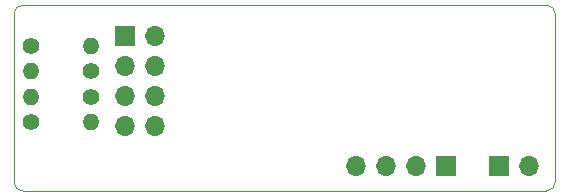
<source format=gbr>
%TF.GenerationSoftware,KiCad,Pcbnew,(5.1.8)-1*%
%TF.CreationDate,2021-01-31T15:43:31-07:00*%
%TF.ProjectId,Axle-Tx-PCB(STM32)v2,41786c65-2d54-4782-9d50-43422853544d,rev?*%
%TF.SameCoordinates,Original*%
%TF.FileFunction,Soldermask,Bot*%
%TF.FilePolarity,Negative*%
%FSLAX46Y46*%
G04 Gerber Fmt 4.6, Leading zero omitted, Abs format (unit mm)*
G04 Created by KiCad (PCBNEW (5.1.8)-1) date 2021-01-31 15:43:31*
%MOMM*%
%LPD*%
G01*
G04 APERTURE LIST*
%TA.AperFunction,Profile*%
%ADD10C,0.050000*%
%TD*%
%ADD11O,1.700000X1.700000*%
%ADD12R,1.700000X1.700000*%
%ADD13O,1.400000X1.400000*%
%ADD14C,1.400000*%
G04 APERTURE END LIST*
D10*
X67945000Y-36322000D02*
G75*
G02*
X68707000Y-37084000I0J-762000D01*
G01*
X68707000Y-51308000D02*
G75*
G02*
X67945000Y-52070000I-762000J0D01*
G01*
X23622000Y-52070000D02*
G75*
G02*
X22860000Y-51308000I0J762000D01*
G01*
X22860000Y-37084000D02*
G75*
G02*
X23622000Y-36322000I762000J0D01*
G01*
X22860000Y-51308000D02*
X22860000Y-37084000D01*
X67945000Y-52070000D02*
X23622000Y-52070000D01*
X68707000Y-37084000D02*
X68707000Y-51308000D01*
X23622000Y-36322000D02*
X67945000Y-36322000D01*
D11*
%TO.C,J1*%
X34798000Y-46583600D03*
X32258000Y-46583600D03*
X34798000Y-44043600D03*
X32258000Y-44043600D03*
X34798000Y-41503600D03*
X32258000Y-41503600D03*
X34798000Y-38963600D03*
D12*
X32258000Y-38963600D03*
%TD*%
D11*
%TO.C,SWD1*%
X51816000Y-49987200D03*
X54356000Y-49987200D03*
X56896000Y-49987200D03*
D12*
X59436000Y-49987200D03*
%TD*%
D13*
%TO.C,SG4*%
X24282400Y-41910000D03*
D14*
X29362400Y-41910000D03*
%TD*%
D13*
%TO.C,SG3*%
X29362400Y-39776400D03*
D14*
X24282400Y-39776400D03*
%TD*%
D13*
%TO.C,SG2*%
X24282400Y-44069000D03*
D14*
X29362400Y-44069000D03*
%TD*%
D13*
%TO.C,SG1*%
X29362400Y-46202600D03*
D14*
X24282400Y-46202600D03*
%TD*%
D11*
%TO.C,B+1*%
X66446400Y-49936400D03*
D12*
X63906400Y-49936400D03*
%TD*%
M02*

</source>
